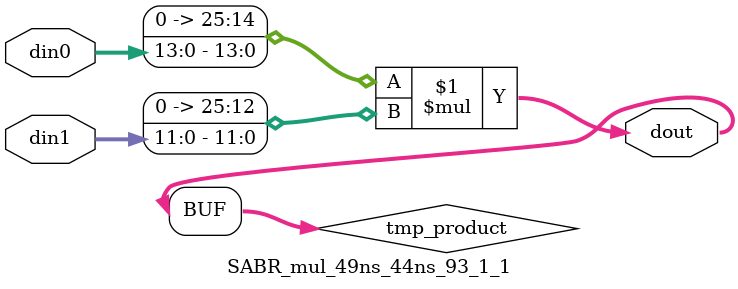
<source format=v>

`timescale 1 ns / 1 ps

 module SABR_mul_49ns_44ns_93_1_1(din0, din1, dout);
parameter ID = 1;
parameter NUM_STAGE = 0;
parameter din0_WIDTH = 14;
parameter din1_WIDTH = 12;
parameter dout_WIDTH = 26;

input [din0_WIDTH - 1 : 0] din0; 
input [din1_WIDTH - 1 : 0] din1; 
output [dout_WIDTH - 1 : 0] dout;

wire signed [dout_WIDTH - 1 : 0] tmp_product;
























assign tmp_product = $signed({1'b0, din0}) * $signed({1'b0, din1});











assign dout = tmp_product;





















endmodule

</source>
